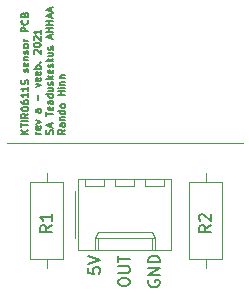
<source format=gbr>
%TF.GenerationSoftware,KiCad,Pcbnew,5.1.9-73d0e3b20d~88~ubuntu18.04.1*%
%TF.CreationDate,2021-03-07T14:56:15+02:00*%
%TF.ProjectId,oskar_optocoupler_carrier_pcb,6f736b61-725f-46f7-9074-6f636f75706c,rev a*%
%TF.SameCoordinates,Original*%
%TF.FileFunction,Legend,Top*%
%TF.FilePolarity,Positive*%
%FSLAX46Y46*%
G04 Gerber Fmt 4.6, Leading zero omitted, Abs format (unit mm)*
G04 Created by KiCad (PCBNEW 5.1.9-73d0e3b20d~88~ubuntu18.04.1) date 2021-03-07 14:56:15*
%MOMM*%
%LPD*%
G01*
G04 APERTURE LIST*
%ADD10C,0.150000*%
%ADD11C,0.140000*%
%ADD12C,0.120000*%
G04 APERTURE END LIST*
D10*
X149614000Y-104647904D02*
X149566380Y-104743142D01*
X149566380Y-104886000D01*
X149614000Y-105028857D01*
X149709238Y-105124095D01*
X149804476Y-105171714D01*
X149994952Y-105219333D01*
X150137809Y-105219333D01*
X150328285Y-105171714D01*
X150423523Y-105124095D01*
X150518761Y-105028857D01*
X150566380Y-104886000D01*
X150566380Y-104790761D01*
X150518761Y-104647904D01*
X150471142Y-104600285D01*
X150137809Y-104600285D01*
X150137809Y-104790761D01*
X150566380Y-104171714D02*
X149566380Y-104171714D01*
X150566380Y-103600285D01*
X149566380Y-103600285D01*
X150566380Y-103124095D02*
X149566380Y-103124095D01*
X149566380Y-102886000D01*
X149614000Y-102743142D01*
X149709238Y-102647904D01*
X149804476Y-102600285D01*
X149994952Y-102552666D01*
X150137809Y-102552666D01*
X150328285Y-102600285D01*
X150423523Y-102647904D01*
X150518761Y-102743142D01*
X150566380Y-102886000D01*
X150566380Y-103124095D01*
X147026380Y-104886000D02*
X147026380Y-104695523D01*
X147074000Y-104600285D01*
X147169238Y-104505047D01*
X147359714Y-104457428D01*
X147693047Y-104457428D01*
X147883523Y-104505047D01*
X147978761Y-104600285D01*
X148026380Y-104695523D01*
X148026380Y-104886000D01*
X147978761Y-104981238D01*
X147883523Y-105076476D01*
X147693047Y-105124095D01*
X147359714Y-105124095D01*
X147169238Y-105076476D01*
X147074000Y-104981238D01*
X147026380Y-104886000D01*
X147026380Y-104028857D02*
X147835904Y-104028857D01*
X147931142Y-103981238D01*
X147978761Y-103933619D01*
X148026380Y-103838380D01*
X148026380Y-103647904D01*
X147978761Y-103552666D01*
X147931142Y-103505047D01*
X147835904Y-103457428D01*
X147026380Y-103457428D01*
X147026380Y-103124095D02*
X147026380Y-102552666D01*
X148026380Y-102838380D02*
X147026380Y-102838380D01*
X144486380Y-103568476D02*
X144486380Y-104044666D01*
X144962571Y-104092285D01*
X144914952Y-104044666D01*
X144867333Y-103949428D01*
X144867333Y-103711333D01*
X144914952Y-103616095D01*
X144962571Y-103568476D01*
X145057809Y-103520857D01*
X145295904Y-103520857D01*
X145391142Y-103568476D01*
X145438761Y-103616095D01*
X145486380Y-103711333D01*
X145486380Y-103949428D01*
X145438761Y-104044666D01*
X145391142Y-104092285D01*
X144486380Y-103235142D02*
X145486380Y-102901809D01*
X144486380Y-102568476D01*
D11*
X139427428Y-92222142D02*
X138827428Y-92222142D01*
X139427428Y-91879285D02*
X139084571Y-92136428D01*
X138827428Y-91879285D02*
X139170285Y-92222142D01*
X138827428Y-91707857D02*
X138827428Y-91365000D01*
X139427428Y-91536428D02*
X138827428Y-91536428D01*
X139427428Y-91165000D02*
X138827428Y-91165000D01*
X139427428Y-90536428D02*
X139141714Y-90736428D01*
X139427428Y-90879285D02*
X138827428Y-90879285D01*
X138827428Y-90650714D01*
X138856000Y-90593571D01*
X138884571Y-90565000D01*
X138941714Y-90536428D01*
X139027428Y-90536428D01*
X139084571Y-90565000D01*
X139113142Y-90593571D01*
X139141714Y-90650714D01*
X139141714Y-90879285D01*
X138827428Y-90165000D02*
X138827428Y-90107857D01*
X138856000Y-90050714D01*
X138884571Y-90022142D01*
X138941714Y-89993571D01*
X139056000Y-89965000D01*
X139198857Y-89965000D01*
X139313142Y-89993571D01*
X139370285Y-90022142D01*
X139398857Y-90050714D01*
X139427428Y-90107857D01*
X139427428Y-90165000D01*
X139398857Y-90222142D01*
X139370285Y-90250714D01*
X139313142Y-90279285D01*
X139198857Y-90307857D01*
X139056000Y-90307857D01*
X138941714Y-90279285D01*
X138884571Y-90250714D01*
X138856000Y-90222142D01*
X138827428Y-90165000D01*
X138827428Y-89450714D02*
X138827428Y-89565000D01*
X138856000Y-89622142D01*
X138884571Y-89650714D01*
X138970285Y-89707857D01*
X139084571Y-89736428D01*
X139313142Y-89736428D01*
X139370285Y-89707857D01*
X139398857Y-89679285D01*
X139427428Y-89622142D01*
X139427428Y-89507857D01*
X139398857Y-89450714D01*
X139370285Y-89422142D01*
X139313142Y-89393571D01*
X139170285Y-89393571D01*
X139113142Y-89422142D01*
X139084571Y-89450714D01*
X139056000Y-89507857D01*
X139056000Y-89622142D01*
X139084571Y-89679285D01*
X139113142Y-89707857D01*
X139170285Y-89736428D01*
X139427428Y-88822142D02*
X139427428Y-89165000D01*
X139427428Y-88993571D02*
X138827428Y-88993571D01*
X138913142Y-89050714D01*
X138970285Y-89107857D01*
X138998857Y-89165000D01*
X139427428Y-88250714D02*
X139427428Y-88593571D01*
X139427428Y-88422142D02*
X138827428Y-88422142D01*
X138913142Y-88479285D01*
X138970285Y-88536428D01*
X138998857Y-88593571D01*
X139398857Y-88022142D02*
X139427428Y-87936428D01*
X139427428Y-87793571D01*
X139398857Y-87736428D01*
X139370285Y-87707857D01*
X139313142Y-87679285D01*
X139256000Y-87679285D01*
X139198857Y-87707857D01*
X139170285Y-87736428D01*
X139141714Y-87793571D01*
X139113142Y-87907857D01*
X139084571Y-87965000D01*
X139056000Y-87993571D01*
X138998857Y-88022142D01*
X138941714Y-88022142D01*
X138884571Y-87993571D01*
X138856000Y-87965000D01*
X138827428Y-87907857D01*
X138827428Y-87765000D01*
X138856000Y-87679285D01*
X139398857Y-86993571D02*
X139427428Y-86936428D01*
X139427428Y-86822142D01*
X139398857Y-86765000D01*
X139341714Y-86736428D01*
X139313142Y-86736428D01*
X139256000Y-86765000D01*
X139227428Y-86822142D01*
X139227428Y-86907857D01*
X139198857Y-86965000D01*
X139141714Y-86993571D01*
X139113142Y-86993571D01*
X139056000Y-86965000D01*
X139027428Y-86907857D01*
X139027428Y-86822142D01*
X139056000Y-86765000D01*
X139398857Y-86250714D02*
X139427428Y-86307857D01*
X139427428Y-86422142D01*
X139398857Y-86479285D01*
X139341714Y-86507857D01*
X139113142Y-86507857D01*
X139056000Y-86479285D01*
X139027428Y-86422142D01*
X139027428Y-86307857D01*
X139056000Y-86250714D01*
X139113142Y-86222142D01*
X139170285Y-86222142D01*
X139227428Y-86507857D01*
X139027428Y-85965000D02*
X139427428Y-85965000D01*
X139084571Y-85965000D02*
X139056000Y-85936428D01*
X139027428Y-85879285D01*
X139027428Y-85793571D01*
X139056000Y-85736428D01*
X139113142Y-85707857D01*
X139427428Y-85707857D01*
X139398857Y-85450714D02*
X139427428Y-85393571D01*
X139427428Y-85279285D01*
X139398857Y-85222142D01*
X139341714Y-85193571D01*
X139313142Y-85193571D01*
X139256000Y-85222142D01*
X139227428Y-85279285D01*
X139227428Y-85365000D01*
X139198857Y-85422142D01*
X139141714Y-85450714D01*
X139113142Y-85450714D01*
X139056000Y-85422142D01*
X139027428Y-85365000D01*
X139027428Y-85279285D01*
X139056000Y-85222142D01*
X139427428Y-84850714D02*
X139398857Y-84907857D01*
X139370285Y-84936428D01*
X139313142Y-84965000D01*
X139141714Y-84965000D01*
X139084571Y-84936428D01*
X139056000Y-84907857D01*
X139027428Y-84850714D01*
X139027428Y-84765000D01*
X139056000Y-84707857D01*
X139084571Y-84679285D01*
X139141714Y-84650714D01*
X139313142Y-84650714D01*
X139370285Y-84679285D01*
X139398857Y-84707857D01*
X139427428Y-84765000D01*
X139427428Y-84850714D01*
X139427428Y-84393571D02*
X139027428Y-84393571D01*
X139141714Y-84393571D02*
X139084571Y-84365000D01*
X139056000Y-84336428D01*
X139027428Y-84279285D01*
X139027428Y-84222142D01*
X139427428Y-83565000D02*
X138827428Y-83565000D01*
X138827428Y-83336428D01*
X138856000Y-83279285D01*
X138884571Y-83250714D01*
X138941714Y-83222142D01*
X139027428Y-83222142D01*
X139084571Y-83250714D01*
X139113142Y-83279285D01*
X139141714Y-83336428D01*
X139141714Y-83565000D01*
X139370285Y-82622142D02*
X139398857Y-82650714D01*
X139427428Y-82736428D01*
X139427428Y-82793571D01*
X139398857Y-82879285D01*
X139341714Y-82936428D01*
X139284571Y-82965000D01*
X139170285Y-82993571D01*
X139084571Y-82993571D01*
X138970285Y-82965000D01*
X138913142Y-82936428D01*
X138856000Y-82879285D01*
X138827428Y-82793571D01*
X138827428Y-82736428D01*
X138856000Y-82650714D01*
X138884571Y-82622142D01*
X139113142Y-82165000D02*
X139141714Y-82079285D01*
X139170285Y-82050714D01*
X139227428Y-82022142D01*
X139313142Y-82022142D01*
X139370285Y-82050714D01*
X139398857Y-82079285D01*
X139427428Y-82136428D01*
X139427428Y-82365000D01*
X138827428Y-82365000D01*
X138827428Y-82165000D01*
X138856000Y-82107857D01*
X138884571Y-82079285D01*
X138941714Y-82050714D01*
X138998857Y-82050714D01*
X139056000Y-82079285D01*
X139084571Y-82107857D01*
X139113142Y-82165000D01*
X139113142Y-82365000D01*
X140467428Y-92222142D02*
X140067428Y-92222142D01*
X140181714Y-92222142D02*
X140124571Y-92193571D01*
X140096000Y-92165000D01*
X140067428Y-92107857D01*
X140067428Y-92050714D01*
X140438857Y-91622142D02*
X140467428Y-91679285D01*
X140467428Y-91793571D01*
X140438857Y-91850714D01*
X140381714Y-91879285D01*
X140153142Y-91879285D01*
X140096000Y-91850714D01*
X140067428Y-91793571D01*
X140067428Y-91679285D01*
X140096000Y-91622142D01*
X140153142Y-91593571D01*
X140210285Y-91593571D01*
X140267428Y-91879285D01*
X140067428Y-91393571D02*
X140467428Y-91250714D01*
X140067428Y-91107857D01*
X140467428Y-90165000D02*
X140153142Y-90165000D01*
X140096000Y-90193571D01*
X140067428Y-90250714D01*
X140067428Y-90365000D01*
X140096000Y-90422142D01*
X140438857Y-90165000D02*
X140467428Y-90222142D01*
X140467428Y-90365000D01*
X140438857Y-90422142D01*
X140381714Y-90450714D01*
X140324571Y-90450714D01*
X140267428Y-90422142D01*
X140238857Y-90365000D01*
X140238857Y-90222142D01*
X140210285Y-90165000D01*
X140238857Y-89422142D02*
X140238857Y-88965000D01*
X140067428Y-88279285D02*
X140467428Y-88136428D01*
X140067428Y-87993571D01*
X140438857Y-87536428D02*
X140467428Y-87593571D01*
X140467428Y-87707857D01*
X140438857Y-87765000D01*
X140381714Y-87793571D01*
X140153142Y-87793571D01*
X140096000Y-87765000D01*
X140067428Y-87707857D01*
X140067428Y-87593571D01*
X140096000Y-87536428D01*
X140153142Y-87507857D01*
X140210285Y-87507857D01*
X140267428Y-87793571D01*
X140438857Y-87022142D02*
X140467428Y-87079285D01*
X140467428Y-87193571D01*
X140438857Y-87250714D01*
X140381714Y-87279285D01*
X140153142Y-87279285D01*
X140096000Y-87250714D01*
X140067428Y-87193571D01*
X140067428Y-87079285D01*
X140096000Y-87022142D01*
X140153142Y-86993571D01*
X140210285Y-86993571D01*
X140267428Y-87279285D01*
X140467428Y-86736428D02*
X139867428Y-86736428D01*
X140096000Y-86736428D02*
X140067428Y-86679285D01*
X140067428Y-86565000D01*
X140096000Y-86507857D01*
X140124571Y-86479285D01*
X140181714Y-86450714D01*
X140353142Y-86450714D01*
X140410285Y-86479285D01*
X140438857Y-86507857D01*
X140467428Y-86565000D01*
X140467428Y-86679285D01*
X140438857Y-86736428D01*
X140410285Y-86193571D02*
X140438857Y-86165000D01*
X140467428Y-86193571D01*
X140438857Y-86222142D01*
X140410285Y-86193571D01*
X140467428Y-86193571D01*
X139924571Y-85479285D02*
X139896000Y-85450714D01*
X139867428Y-85393571D01*
X139867428Y-85250714D01*
X139896000Y-85193571D01*
X139924571Y-85165000D01*
X139981714Y-85136428D01*
X140038857Y-85136428D01*
X140124571Y-85165000D01*
X140467428Y-85507857D01*
X140467428Y-85136428D01*
X139867428Y-84765000D02*
X139867428Y-84707857D01*
X139896000Y-84650714D01*
X139924571Y-84622142D01*
X139981714Y-84593571D01*
X140096000Y-84565000D01*
X140238857Y-84565000D01*
X140353142Y-84593571D01*
X140410285Y-84622142D01*
X140438857Y-84650714D01*
X140467428Y-84707857D01*
X140467428Y-84765000D01*
X140438857Y-84822142D01*
X140410285Y-84850714D01*
X140353142Y-84879285D01*
X140238857Y-84907857D01*
X140096000Y-84907857D01*
X139981714Y-84879285D01*
X139924571Y-84850714D01*
X139896000Y-84822142D01*
X139867428Y-84765000D01*
X139924571Y-84336428D02*
X139896000Y-84307857D01*
X139867428Y-84250714D01*
X139867428Y-84107857D01*
X139896000Y-84050714D01*
X139924571Y-84022142D01*
X139981714Y-83993571D01*
X140038857Y-83993571D01*
X140124571Y-84022142D01*
X140467428Y-84365000D01*
X140467428Y-83993571D01*
X140467428Y-83422142D02*
X140467428Y-83765000D01*
X140467428Y-83593571D02*
X139867428Y-83593571D01*
X139953142Y-83650714D01*
X140010285Y-83707857D01*
X140038857Y-83765000D01*
X141478857Y-92250714D02*
X141507428Y-92165000D01*
X141507428Y-92022142D01*
X141478857Y-91965000D01*
X141450285Y-91936428D01*
X141393142Y-91907857D01*
X141336000Y-91907857D01*
X141278857Y-91936428D01*
X141250285Y-91965000D01*
X141221714Y-92022142D01*
X141193142Y-92136428D01*
X141164571Y-92193571D01*
X141136000Y-92222142D01*
X141078857Y-92250714D01*
X141021714Y-92250714D01*
X140964571Y-92222142D01*
X140936000Y-92193571D01*
X140907428Y-92136428D01*
X140907428Y-91993571D01*
X140936000Y-91907857D01*
X141336000Y-91679285D02*
X141336000Y-91393571D01*
X141507428Y-91736428D02*
X140907428Y-91536428D01*
X141507428Y-91336428D01*
X140907428Y-90765000D02*
X140907428Y-90422142D01*
X141507428Y-90593571D02*
X140907428Y-90593571D01*
X141478857Y-89993571D02*
X141507428Y-90050714D01*
X141507428Y-90165000D01*
X141478857Y-90222142D01*
X141421714Y-90250714D01*
X141193142Y-90250714D01*
X141136000Y-90222142D01*
X141107428Y-90165000D01*
X141107428Y-90050714D01*
X141136000Y-89993571D01*
X141193142Y-89965000D01*
X141250285Y-89965000D01*
X141307428Y-90250714D01*
X141507428Y-89450714D02*
X141193142Y-89450714D01*
X141136000Y-89479285D01*
X141107428Y-89536428D01*
X141107428Y-89650714D01*
X141136000Y-89707857D01*
X141478857Y-89450714D02*
X141507428Y-89507857D01*
X141507428Y-89650714D01*
X141478857Y-89707857D01*
X141421714Y-89736428D01*
X141364571Y-89736428D01*
X141307428Y-89707857D01*
X141278857Y-89650714D01*
X141278857Y-89507857D01*
X141250285Y-89450714D01*
X141507428Y-88907857D02*
X140907428Y-88907857D01*
X141478857Y-88907857D02*
X141507428Y-88965000D01*
X141507428Y-89079285D01*
X141478857Y-89136428D01*
X141450285Y-89165000D01*
X141393142Y-89193571D01*
X141221714Y-89193571D01*
X141164571Y-89165000D01*
X141136000Y-89136428D01*
X141107428Y-89079285D01*
X141107428Y-88965000D01*
X141136000Y-88907857D01*
X141107428Y-88365000D02*
X141507428Y-88365000D01*
X141107428Y-88622142D02*
X141421714Y-88622142D01*
X141478857Y-88593571D01*
X141507428Y-88536428D01*
X141507428Y-88450714D01*
X141478857Y-88393571D01*
X141450285Y-88365000D01*
X141478857Y-88107857D02*
X141507428Y-88050714D01*
X141507428Y-87936428D01*
X141478857Y-87879285D01*
X141421714Y-87850714D01*
X141393142Y-87850714D01*
X141336000Y-87879285D01*
X141307428Y-87936428D01*
X141307428Y-88022142D01*
X141278857Y-88079285D01*
X141221714Y-88107857D01*
X141193142Y-88107857D01*
X141136000Y-88079285D01*
X141107428Y-88022142D01*
X141107428Y-87936428D01*
X141136000Y-87879285D01*
X141507428Y-87593571D02*
X140907428Y-87593571D01*
X141278857Y-87536428D02*
X141507428Y-87365000D01*
X141107428Y-87365000D02*
X141336000Y-87593571D01*
X141478857Y-86879285D02*
X141507428Y-86936428D01*
X141507428Y-87050714D01*
X141478857Y-87107857D01*
X141421714Y-87136428D01*
X141193142Y-87136428D01*
X141136000Y-87107857D01*
X141107428Y-87050714D01*
X141107428Y-86936428D01*
X141136000Y-86879285D01*
X141193142Y-86850714D01*
X141250285Y-86850714D01*
X141307428Y-87136428D01*
X141478857Y-86622142D02*
X141507428Y-86565000D01*
X141507428Y-86450714D01*
X141478857Y-86393571D01*
X141421714Y-86365000D01*
X141393142Y-86365000D01*
X141336000Y-86393571D01*
X141307428Y-86450714D01*
X141307428Y-86536428D01*
X141278857Y-86593571D01*
X141221714Y-86622142D01*
X141193142Y-86622142D01*
X141136000Y-86593571D01*
X141107428Y-86536428D01*
X141107428Y-86450714D01*
X141136000Y-86393571D01*
X141507428Y-86107857D02*
X140907428Y-86107857D01*
X141278857Y-86050714D02*
X141507428Y-85879285D01*
X141107428Y-85879285D02*
X141336000Y-86107857D01*
X141107428Y-85365000D02*
X141507428Y-85365000D01*
X141107428Y-85622142D02*
X141421714Y-85622142D01*
X141478857Y-85593571D01*
X141507428Y-85536428D01*
X141507428Y-85450714D01*
X141478857Y-85393571D01*
X141450285Y-85365000D01*
X141478857Y-85107857D02*
X141507428Y-85050714D01*
X141507428Y-84936428D01*
X141478857Y-84879285D01*
X141421714Y-84850714D01*
X141393142Y-84850714D01*
X141336000Y-84879285D01*
X141307428Y-84936428D01*
X141307428Y-85022142D01*
X141278857Y-85079285D01*
X141221714Y-85107857D01*
X141193142Y-85107857D01*
X141136000Y-85079285D01*
X141107428Y-85022142D01*
X141107428Y-84936428D01*
X141136000Y-84879285D01*
X141336000Y-84165000D02*
X141336000Y-83879285D01*
X141507428Y-84222142D02*
X140907428Y-84022142D01*
X141507428Y-83822142D01*
X141507428Y-83622142D02*
X140907428Y-83622142D01*
X141193142Y-83622142D02*
X141193142Y-83279285D01*
X141507428Y-83279285D02*
X140907428Y-83279285D01*
X141507428Y-82993571D02*
X140907428Y-82993571D01*
X141193142Y-82993571D02*
X141193142Y-82650714D01*
X141507428Y-82650714D02*
X140907428Y-82650714D01*
X141336000Y-82393571D02*
X141336000Y-82107857D01*
X141507428Y-82450714D02*
X140907428Y-82250714D01*
X141507428Y-82050714D01*
X141336000Y-81879285D02*
X141336000Y-81593571D01*
X141507428Y-81936428D02*
X140907428Y-81736428D01*
X141507428Y-81536428D01*
X142547428Y-91879285D02*
X142261714Y-92079285D01*
X142547428Y-92222142D02*
X141947428Y-92222142D01*
X141947428Y-91993571D01*
X141976000Y-91936428D01*
X142004571Y-91907857D01*
X142061714Y-91879285D01*
X142147428Y-91879285D01*
X142204571Y-91907857D01*
X142233142Y-91936428D01*
X142261714Y-91993571D01*
X142261714Y-92222142D01*
X142547428Y-91365000D02*
X142233142Y-91365000D01*
X142176000Y-91393571D01*
X142147428Y-91450714D01*
X142147428Y-91565000D01*
X142176000Y-91622142D01*
X142518857Y-91365000D02*
X142547428Y-91422142D01*
X142547428Y-91565000D01*
X142518857Y-91622142D01*
X142461714Y-91650714D01*
X142404571Y-91650714D01*
X142347428Y-91622142D01*
X142318857Y-91565000D01*
X142318857Y-91422142D01*
X142290285Y-91365000D01*
X142147428Y-91079285D02*
X142547428Y-91079285D01*
X142204571Y-91079285D02*
X142176000Y-91050714D01*
X142147428Y-90993571D01*
X142147428Y-90907857D01*
X142176000Y-90850714D01*
X142233142Y-90822142D01*
X142547428Y-90822142D01*
X142547428Y-90279285D02*
X141947428Y-90279285D01*
X142518857Y-90279285D02*
X142547428Y-90336428D01*
X142547428Y-90450714D01*
X142518857Y-90507857D01*
X142490285Y-90536428D01*
X142433142Y-90565000D01*
X142261714Y-90565000D01*
X142204571Y-90536428D01*
X142176000Y-90507857D01*
X142147428Y-90450714D01*
X142147428Y-90336428D01*
X142176000Y-90279285D01*
X142547428Y-89907857D02*
X142518857Y-89965000D01*
X142490285Y-89993571D01*
X142433142Y-90022142D01*
X142261714Y-90022142D01*
X142204571Y-89993571D01*
X142176000Y-89965000D01*
X142147428Y-89907857D01*
X142147428Y-89822142D01*
X142176000Y-89765000D01*
X142204571Y-89736428D01*
X142261714Y-89707857D01*
X142433142Y-89707857D01*
X142490285Y-89736428D01*
X142518857Y-89765000D01*
X142547428Y-89822142D01*
X142547428Y-89907857D01*
X142547428Y-88993571D02*
X141947428Y-88993571D01*
X142233142Y-88993571D02*
X142233142Y-88650714D01*
X142547428Y-88650714D02*
X141947428Y-88650714D01*
X142547428Y-88365000D02*
X142147428Y-88365000D01*
X141947428Y-88365000D02*
X141976000Y-88393571D01*
X142004571Y-88365000D01*
X141976000Y-88336428D01*
X141947428Y-88365000D01*
X142004571Y-88365000D01*
X142147428Y-88079285D02*
X142547428Y-88079285D01*
X142204571Y-88079285D02*
X142176000Y-88050714D01*
X142147428Y-87993571D01*
X142147428Y-87907857D01*
X142176000Y-87850714D01*
X142233142Y-87822142D01*
X142547428Y-87822142D01*
X142147428Y-87536428D02*
X142547428Y-87536428D01*
X142204571Y-87536428D02*
X142176000Y-87507857D01*
X142147428Y-87450714D01*
X142147428Y-87365000D01*
X142176000Y-87307857D01*
X142233142Y-87279285D01*
X142547428Y-87279285D01*
D12*
X137592000Y-92992000D02*
X157592000Y-92992000D01*
%TO.C,J1*%
X150914000Y-96630000D02*
X150914000Y-96030000D01*
X149314000Y-96630000D02*
X150914000Y-96630000D01*
X149314000Y-96030000D02*
X149314000Y-96630000D01*
X148374000Y-96630000D02*
X148374000Y-96030000D01*
X146774000Y-96630000D02*
X148374000Y-96630000D01*
X146774000Y-96030000D02*
X146774000Y-96630000D01*
X145834000Y-96630000D02*
X145834000Y-96030000D01*
X144234000Y-96630000D02*
X145834000Y-96630000D01*
X144234000Y-96030000D02*
X144234000Y-96630000D01*
X149864000Y-102050000D02*
X149864000Y-101050000D01*
X145284000Y-102050000D02*
X145284000Y-101050000D01*
X149864000Y-100520000D02*
X150114000Y-101050000D01*
X145284000Y-100520000D02*
X149864000Y-100520000D01*
X145034000Y-101050000D02*
X145284000Y-100520000D01*
X150114000Y-101050000D02*
X150114000Y-102050000D01*
X145034000Y-101050000D02*
X150114000Y-101050000D01*
X145034000Y-102050000D02*
X145034000Y-101050000D01*
X143364000Y-97060000D02*
X143364000Y-101060000D01*
X151494000Y-96030000D02*
X143654000Y-96030000D01*
X151494000Y-102050000D02*
X151494000Y-96030000D01*
X143654000Y-102050000D02*
X151494000Y-102050000D01*
X143654000Y-96030000D02*
X143654000Y-102050000D01*
%TO.C,R2*%
X154432000Y-95528000D02*
X154432000Y-96298000D01*
X154432000Y-103608000D02*
X154432000Y-102838000D01*
X153062000Y-96298000D02*
X153062000Y-102838000D01*
X155802000Y-96298000D02*
X153062000Y-96298000D01*
X155802000Y-102838000D02*
X155802000Y-96298000D01*
X153062000Y-102838000D02*
X155802000Y-102838000D01*
%TO.C,R1*%
X140970000Y-95528000D02*
X140970000Y-96298000D01*
X140970000Y-103608000D02*
X140970000Y-102838000D01*
X139600000Y-96298000D02*
X139600000Y-102838000D01*
X142340000Y-96298000D02*
X139600000Y-96298000D01*
X142340000Y-102838000D02*
X142340000Y-96298000D01*
X139600000Y-102838000D02*
X142340000Y-102838000D01*
%TO.C,R2*%
D10*
X154884380Y-99988666D02*
X154408190Y-100322000D01*
X154884380Y-100560095D02*
X153884380Y-100560095D01*
X153884380Y-100179142D01*
X153932000Y-100083904D01*
X153979619Y-100036285D01*
X154074857Y-99988666D01*
X154217714Y-99988666D01*
X154312952Y-100036285D01*
X154360571Y-100083904D01*
X154408190Y-100179142D01*
X154408190Y-100560095D01*
X153979619Y-99607714D02*
X153932000Y-99560095D01*
X153884380Y-99464857D01*
X153884380Y-99226761D01*
X153932000Y-99131523D01*
X153979619Y-99083904D01*
X154074857Y-99036285D01*
X154170095Y-99036285D01*
X154312952Y-99083904D01*
X154884380Y-99655333D01*
X154884380Y-99036285D01*
%TO.C,R1*%
X141422380Y-99988666D02*
X140946190Y-100322000D01*
X141422380Y-100560095D02*
X140422380Y-100560095D01*
X140422380Y-100179142D01*
X140470000Y-100083904D01*
X140517619Y-100036285D01*
X140612857Y-99988666D01*
X140755714Y-99988666D01*
X140850952Y-100036285D01*
X140898571Y-100083904D01*
X140946190Y-100179142D01*
X140946190Y-100560095D01*
X141422380Y-99036285D02*
X141422380Y-99607714D01*
X141422380Y-99322000D02*
X140422380Y-99322000D01*
X140565238Y-99417238D01*
X140660476Y-99512476D01*
X140708095Y-99607714D01*
%TD*%
M02*

</source>
